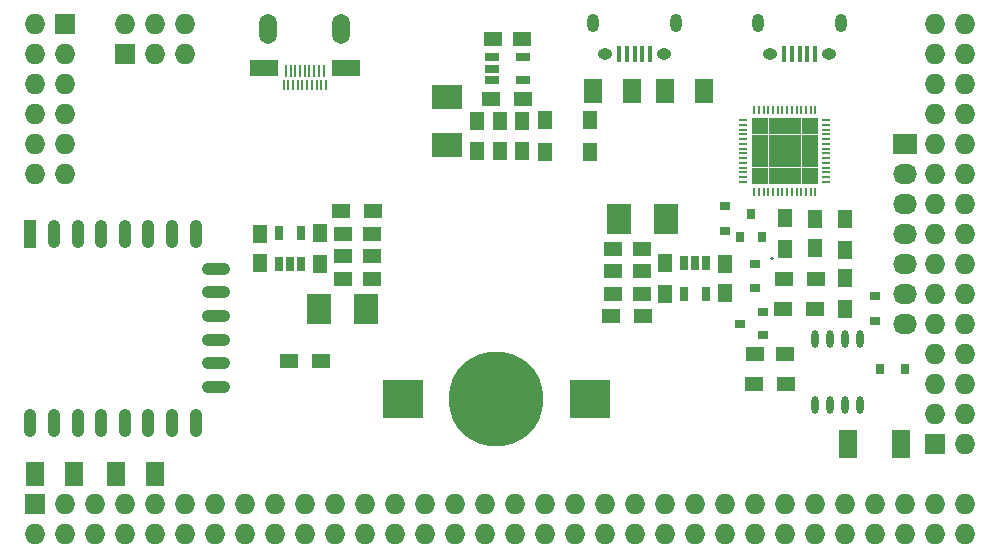
<source format=gbr>
G04 #@! TF.FileFunction,Copper,L4,Bot,Signal*
%FSLAX46Y46*%
G04 Gerber Fmt 4.6, Leading zero omitted, Abs format (unit mm)*
G04 Created by KiCad (PCBNEW 4.0.5+dfsg1-4) date Sun Mar 26 16:44:12 2017*
%MOMM*%
%LPD*%
G01*
G04 APERTURE LIST*
%ADD10C,0.100000*%
%ADD11R,3.500000X3.300000*%
%ADD12C,8.000000*%
%ADD13R,1.524000X2.032000*%
%ADD14R,0.230000X0.850000*%
%ADD15R,0.230000X1.000000*%
%ADD16R,2.400000X1.380000*%
%ADD17O,1.500000X2.550000*%
%ADD18R,0.400000X1.350000*%
%ADD19O,1.250000X0.950000*%
%ADD20O,1.000000X1.550000*%
%ADD21R,1.727200X1.727200*%
%ADD22O,1.727200X1.727200*%
%ADD23R,1.250000X1.500000*%
%ADD24R,2.500000X2.000000*%
%ADD25R,1.300000X1.500000*%
%ADD26R,1.500000X1.300000*%
%ADD27R,1.200000X0.700000*%
%ADD28R,1.500000X1.250000*%
%ADD29R,2.000000X2.500000*%
%ADD30R,0.700000X1.200000*%
%ADD31R,2.032000X1.727200*%
%ADD32O,2.032000X1.727200*%
%ADD33R,0.800000X0.200000*%
%ADD34R,0.200000X0.800000*%
%ADD35R,1.400000X1.400000*%
%ADD36O,0.609600X1.473200*%
%ADD37R,1.600200X2.400300*%
%ADD38O,2.400000X1.100000*%
%ADD39R,1.100000X2.400000*%
%ADD40O,1.100000X2.400000*%
%ADD41R,0.900000X0.800000*%
%ADD42R,0.800000X0.900000*%
%ADD43C,0.250000*%
G04 APERTURE END LIST*
D10*
D11*
X127830000Y-95710000D03*
X143630000Y-95710000D03*
D12*
X135730000Y-95710000D03*
D13*
X103498000Y-102060000D03*
X106800000Y-102060000D03*
X99942000Y-102060000D03*
X96640000Y-102060000D03*
D14*
X121300000Y-69165000D03*
X120900000Y-69165000D03*
X120500000Y-69165000D03*
X120100000Y-69165000D03*
X119700000Y-69165000D03*
X119300000Y-69165000D03*
X118900000Y-69165000D03*
X118500000Y-69165000D03*
X118100000Y-69165000D03*
X117700000Y-69165000D03*
D15*
X121100000Y-67940000D03*
X120700000Y-67940000D03*
X120300000Y-67940000D03*
X119900000Y-67940000D03*
X119500000Y-67940000D03*
X119100000Y-67940000D03*
X118700000Y-67940000D03*
X118300000Y-67940000D03*
X117900000Y-67940000D03*
D16*
X122950000Y-67750000D03*
X116050000Y-67750000D03*
D17*
X116400000Y-64390000D03*
X122600000Y-64390000D03*
D18*
X146140000Y-66580000D03*
X146790000Y-66580000D03*
X147440000Y-66580000D03*
X148090000Y-66580000D03*
X148740000Y-66580000D03*
D19*
X144940000Y-66580000D03*
X149940000Y-66580000D03*
D20*
X143940000Y-63880000D03*
X150940000Y-63880000D03*
D18*
X160110000Y-66580000D03*
X160760000Y-66580000D03*
X161410000Y-66580000D03*
X162060000Y-66580000D03*
X162710000Y-66580000D03*
D19*
X158910000Y-66580000D03*
X163910000Y-66580000D03*
D20*
X157910000Y-63880000D03*
X164910000Y-63880000D03*
D21*
X96640000Y-104600000D03*
D22*
X96640000Y-107140000D03*
X99180000Y-104600000D03*
X99180000Y-107140000D03*
X101720000Y-104600000D03*
X101720000Y-107140000D03*
X104260000Y-104600000D03*
X104260000Y-107140000D03*
X106800000Y-104600000D03*
X106800000Y-107140000D03*
X109340000Y-104600000D03*
X109340000Y-107140000D03*
X111880000Y-104600000D03*
X111880000Y-107140000D03*
X114420000Y-104600000D03*
X114420000Y-107140000D03*
X116960000Y-104600000D03*
X116960000Y-107140000D03*
X119500000Y-104600000D03*
X119500000Y-107140000D03*
X122040000Y-104600000D03*
X122040000Y-107140000D03*
X124580000Y-104600000D03*
X124580000Y-107140000D03*
X127120000Y-104600000D03*
X127120000Y-107140000D03*
X129660000Y-104600000D03*
X129660000Y-107140000D03*
X132200000Y-104600000D03*
X132200000Y-107140000D03*
X134740000Y-104600000D03*
X134740000Y-107140000D03*
X137280000Y-104600000D03*
X137280000Y-107140000D03*
X139820000Y-104600000D03*
X139820000Y-107140000D03*
X142360000Y-104600000D03*
X142360000Y-107140000D03*
X144900000Y-104600000D03*
X144900000Y-107140000D03*
X147440000Y-104600000D03*
X147440000Y-107140000D03*
X149980000Y-104600000D03*
X149980000Y-107140000D03*
X152520000Y-104600000D03*
X152520000Y-107140000D03*
X155060000Y-104600000D03*
X155060000Y-107140000D03*
X157600000Y-104600000D03*
X157600000Y-107140000D03*
X160140000Y-104600000D03*
X160140000Y-107140000D03*
X162680000Y-104600000D03*
X162680000Y-107140000D03*
X165220000Y-104600000D03*
X165220000Y-107140000D03*
X167760000Y-104600000D03*
X167760000Y-107140000D03*
X170300000Y-104600000D03*
X170300000Y-107140000D03*
X172840000Y-104600000D03*
X172840000Y-107140000D03*
X175380000Y-104600000D03*
X175380000Y-107140000D03*
D21*
X172840000Y-99520000D03*
D22*
X175380000Y-99520000D03*
X172840000Y-96980000D03*
X175380000Y-96980000D03*
X172840000Y-94440000D03*
X175380000Y-94440000D03*
X172840000Y-91900000D03*
X175380000Y-91900000D03*
X172840000Y-89360000D03*
X175380000Y-89360000D03*
X172840000Y-86820000D03*
X175380000Y-86820000D03*
X172840000Y-84280000D03*
X175380000Y-84280000D03*
X172840000Y-81740000D03*
X175380000Y-81740000D03*
X172840000Y-79200000D03*
X175380000Y-79200000D03*
X172840000Y-76660000D03*
X175380000Y-76660000D03*
X172840000Y-74120000D03*
X175380000Y-74120000D03*
X172840000Y-71580000D03*
X175380000Y-71580000D03*
X172840000Y-69040000D03*
X175380000Y-69040000D03*
X172840000Y-66500000D03*
X175380000Y-66500000D03*
X172840000Y-63960000D03*
X175380000Y-63960000D03*
D21*
X99180000Y-63960000D03*
D22*
X96640000Y-63960000D03*
X99180000Y-66500000D03*
X96640000Y-66500000D03*
X99180000Y-69040000D03*
X96640000Y-69040000D03*
X99180000Y-71580000D03*
X96640000Y-71580000D03*
X99180000Y-74120000D03*
X96640000Y-74120000D03*
X99180000Y-76660000D03*
X96640000Y-76660000D03*
D21*
X104260000Y-66500000D03*
D22*
X104260000Y-63960000D03*
X106800000Y-66500000D03*
X106800000Y-63960000D03*
X109340000Y-66500000D03*
X109340000Y-63960000D03*
D23*
X137915000Y-74735000D03*
X137915000Y-72235000D03*
D24*
X131565000Y-70215000D03*
X131565000Y-74215000D03*
D25*
X139820000Y-74835000D03*
X139820000Y-72135000D03*
D26*
X135295000Y-70310000D03*
X137995000Y-70310000D03*
D27*
X135375000Y-68720000D03*
X135375000Y-67770000D03*
X135375000Y-66820000D03*
X137975000Y-66820000D03*
X137975000Y-68720000D03*
D28*
X145555000Y-86820000D03*
X148055000Y-86820000D03*
D29*
X150075000Y-80470000D03*
X146075000Y-80470000D03*
D26*
X145455000Y-88725000D03*
X148155000Y-88725000D03*
D25*
X149980000Y-84200000D03*
X149980000Y-86900000D03*
D30*
X151570000Y-84220000D03*
X152520000Y-84220000D03*
X153470000Y-84220000D03*
X153470000Y-86820000D03*
X151570000Y-86820000D03*
D31*
X170300000Y-74120000D03*
D32*
X170300000Y-76660000D03*
X170300000Y-79200000D03*
X170300000Y-81740000D03*
X170300000Y-84280000D03*
X170300000Y-86820000D03*
X170300000Y-89360000D03*
D26*
X120850000Y-92535000D03*
X118150000Y-92535000D03*
D28*
X125195000Y-81740000D03*
X122695000Y-81740000D03*
D29*
X120675000Y-88090000D03*
X124675000Y-88090000D03*
D25*
X143630000Y-72135000D03*
X143630000Y-74835000D03*
D26*
X125295000Y-79835000D03*
X122595000Y-79835000D03*
D25*
X120770000Y-84360000D03*
X120770000Y-81660000D03*
D30*
X119180000Y-84310000D03*
X118230000Y-84310000D03*
X117280000Y-84310000D03*
X117280000Y-81710000D03*
X119180000Y-81710000D03*
D23*
X115690000Y-81760000D03*
X115690000Y-84260000D03*
X134105000Y-74735000D03*
X134105000Y-72235000D03*
X136010000Y-74735000D03*
X136010000Y-72235000D03*
D28*
X137895000Y-65230000D03*
X135395000Y-65230000D03*
X145555000Y-84915000D03*
X148055000Y-84915000D03*
X145555000Y-83010000D03*
X148055000Y-83010000D03*
D23*
X155060000Y-86800000D03*
X155060000Y-84300000D03*
D28*
X125195000Y-83645000D03*
X122695000Y-83645000D03*
X125195000Y-85550000D03*
X122695000Y-85550000D03*
D13*
X143884000Y-69675000D03*
X147186000Y-69675000D03*
X153282000Y-69675000D03*
X149980000Y-69675000D03*
D33*
X156640000Y-77355000D03*
X156640000Y-76955000D03*
X156640000Y-76555000D03*
X156640000Y-76155000D03*
X156640000Y-75755000D03*
X156640000Y-75355000D03*
X156640000Y-74955000D03*
X156640000Y-74555000D03*
X156640000Y-74155000D03*
X156640000Y-73755000D03*
X156640000Y-73355000D03*
X156640000Y-72955000D03*
D34*
X157540000Y-71255000D03*
X157940000Y-71255000D03*
X158340000Y-71255000D03*
X158740000Y-71255000D03*
X159140000Y-71255000D03*
X159540000Y-71255000D03*
X159940000Y-71255000D03*
X160340000Y-71255000D03*
X160740000Y-71255000D03*
X161140000Y-71255000D03*
D35*
X158040000Y-76855000D03*
D33*
X156640000Y-72555000D03*
X156640000Y-72155000D03*
D34*
X161540000Y-71255000D03*
X161940000Y-71255000D03*
X162340000Y-71255000D03*
X162740000Y-71255000D03*
D33*
X163640000Y-77355000D03*
X163640000Y-76955000D03*
X163640000Y-76155000D03*
X163640000Y-75755000D03*
X163640000Y-76555000D03*
X163640000Y-74555000D03*
X163640000Y-74155000D03*
X163640000Y-73755000D03*
X163640000Y-74955000D03*
X163640000Y-75355000D03*
X163640000Y-72555000D03*
X163640000Y-72955000D03*
X163640000Y-73355000D03*
X163640000Y-72155000D03*
D34*
X157940000Y-78255000D03*
X157540000Y-78255000D03*
X159540000Y-78255000D03*
X160340000Y-78255000D03*
X159140000Y-78255000D03*
X158740000Y-78255000D03*
X159940000Y-78255000D03*
X158340000Y-78255000D03*
X161940000Y-78255000D03*
X161140000Y-78255000D03*
X161540000Y-78255000D03*
X162340000Y-78255000D03*
X162740000Y-78255000D03*
X160740000Y-78255000D03*
D35*
X159440000Y-76855000D03*
X160840000Y-76855000D03*
X162240000Y-76855000D03*
X162240000Y-75455000D03*
X160840000Y-75455000D03*
X158040000Y-75455000D03*
X159440000Y-75455000D03*
X162240000Y-74055000D03*
X160840000Y-74055000D03*
X158040000Y-74055000D03*
X159440000Y-74055000D03*
X162240000Y-72655000D03*
X160840000Y-72655000D03*
X158040000Y-72655000D03*
X159440000Y-72655000D03*
D36*
X166490000Y-96218000D03*
X165220000Y-96218000D03*
X163950000Y-96218000D03*
X162680000Y-96218000D03*
X162680000Y-90630000D03*
X163950000Y-90630000D03*
X165220000Y-90630000D03*
X166490000Y-90630000D03*
D37*
X170010440Y-99520000D03*
X165509560Y-99520000D03*
D38*
X112010000Y-84730000D03*
X112010000Y-86730000D03*
X112010000Y-88730000D03*
X112010000Y-90730000D03*
X112010000Y-92730000D03*
X112010000Y-94730000D03*
D39*
X96260000Y-81740000D03*
D40*
X98260000Y-81740000D03*
X100260000Y-81740000D03*
X102260000Y-81740000D03*
X104260000Y-81740000D03*
X106260000Y-81740000D03*
X108260000Y-81740000D03*
X110260000Y-81740000D03*
X110260000Y-97740000D03*
X108260000Y-97740000D03*
X106260000Y-97740000D03*
X104260000Y-97740000D03*
X102260000Y-97740000D03*
X100260000Y-97740000D03*
X98260000Y-97740000D03*
X96260000Y-97740000D03*
D28*
X157620000Y-91900000D03*
X160120000Y-91900000D03*
D23*
X162680000Y-80490000D03*
X162680000Y-82990000D03*
D41*
X157600000Y-84280000D03*
X157600000Y-86380000D03*
D42*
X168200000Y-93170000D03*
X170300000Y-93170000D03*
D41*
X155060000Y-81520000D03*
X155060000Y-79420000D03*
X158330000Y-88410000D03*
X158330000Y-90310000D03*
X156330000Y-89360000D03*
D42*
X158230000Y-82060000D03*
X156330000Y-82060000D03*
X157280000Y-80060000D03*
D25*
X165220000Y-88170000D03*
X165220000Y-85470000D03*
D26*
X157520000Y-94440000D03*
X160220000Y-94440000D03*
X162760000Y-85550000D03*
X160060000Y-85550000D03*
D25*
X165220000Y-80470000D03*
X165220000Y-83170000D03*
D41*
X167760000Y-89140000D03*
X167760000Y-87040000D03*
D26*
X159980000Y-88090000D03*
X162680000Y-88090000D03*
D25*
X160140000Y-83090000D03*
X160140000Y-80390000D03*
D43*
X159050000Y-83772000D02*
X158950000Y-83772000D01*
M02*

</source>
